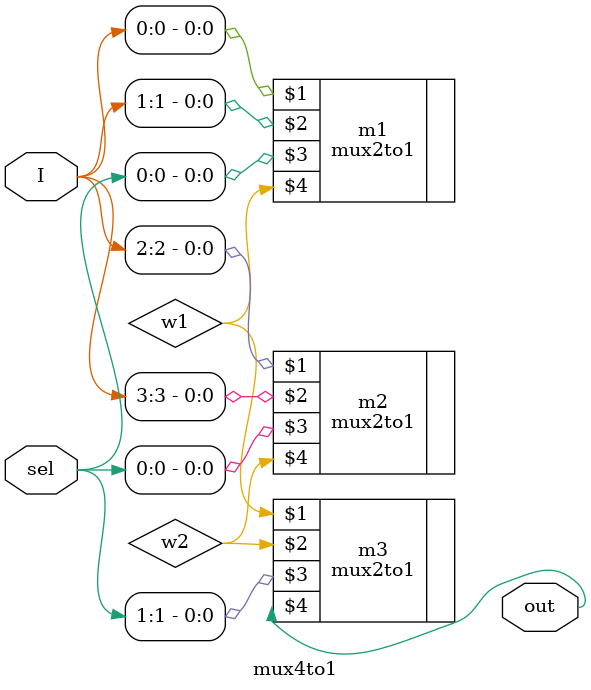
<source format=v>

`timescale 1ps/1ps

`include "mux2to1.v"

module mux4to1 (
    input [3:0]I,
    input [1:0]sel,
    output out
);
    wire w1,w2;

    mux2to1 m1 (I[0],I[1],sel[0],w1);
    mux2to1 m2 (I[2],I[3],sel[0],w2);

    mux2to1 m3 (w1,w2,sel[1],out);

endmodule






// s1 s0 | I
// 0 0    i0
// 0 1    i1


// 1 0    i2
// 1 1    i3 
</source>
